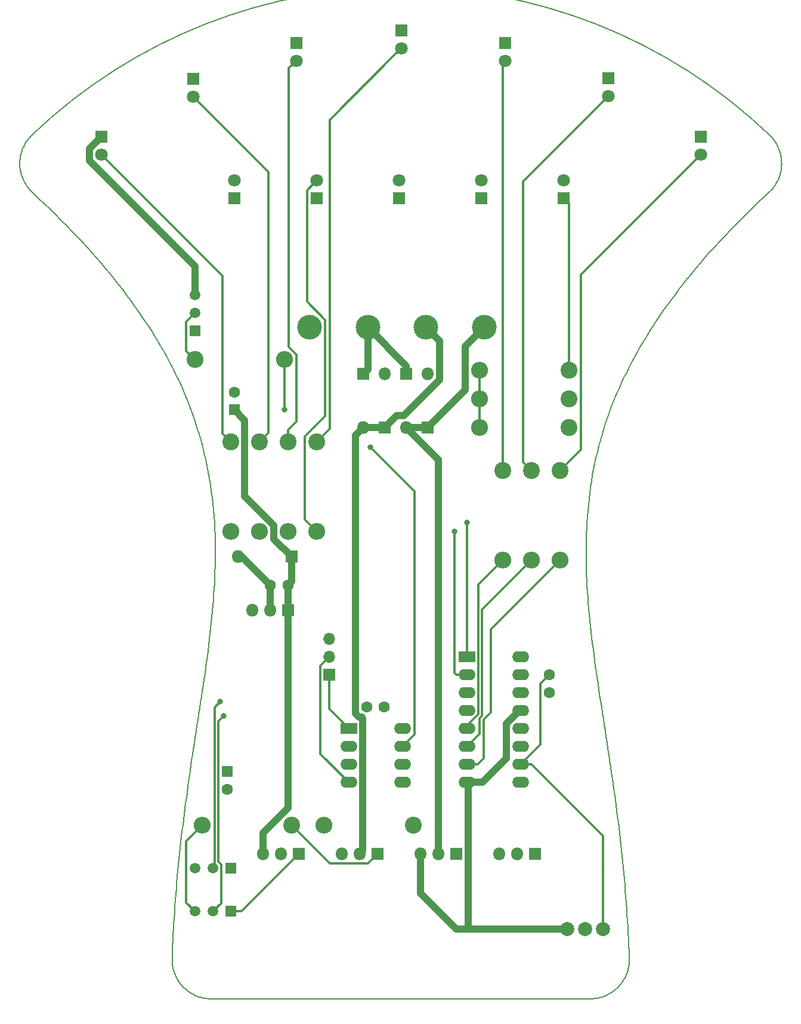
<source format=gbr>
G04 #@! TF.GenerationSoftware,KiCad,Pcbnew,(5.1.6)-1*
G04 #@! TF.CreationDate,2020-08-11T13:40:37+01:00*
G04 #@! TF.ProjectId,controller,636f6e74-726f-46c6-9c65-722e6b696361,rev?*
G04 #@! TF.SameCoordinates,Original*
G04 #@! TF.FileFunction,Copper,L2,Bot*
G04 #@! TF.FilePolarity,Positive*
%FSLAX46Y46*%
G04 Gerber Fmt 4.6, Leading zero omitted, Abs format (unit mm)*
G04 Created by KiCad (PCBNEW (5.1.6)-1) date 2020-08-11 13:40:37*
%MOMM*%
%LPD*%
G01*
G04 APERTURE LIST*
G04 #@! TA.AperFunction,Profile*
%ADD10C,0.200000*%
G04 #@! TD*
G04 #@! TA.AperFunction,ComponentPad*
%ADD11R,1.700000X1.700000*%
G04 #@! TD*
G04 #@! TA.AperFunction,ComponentPad*
%ADD12O,1.700000X1.700000*%
G04 #@! TD*
G04 #@! TA.AperFunction,ComponentPad*
%ADD13C,1.600000*%
G04 #@! TD*
G04 #@! TA.AperFunction,ComponentPad*
%ADD14R,1.600000X1.600000*%
G04 #@! TD*
G04 #@! TA.AperFunction,ComponentPad*
%ADD15C,1.800000*%
G04 #@! TD*
G04 #@! TA.AperFunction,ComponentPad*
%ADD16R,1.800000X1.800000*%
G04 #@! TD*
G04 #@! TA.AperFunction,ComponentPad*
%ADD17O,1.800000X1.800000*%
G04 #@! TD*
G04 #@! TA.AperFunction,ComponentPad*
%ADD18C,3.500000*%
G04 #@! TD*
G04 #@! TA.AperFunction,ComponentPad*
%ADD19C,2.000000*%
G04 #@! TD*
G04 #@! TA.AperFunction,ComponentPad*
%ADD20R,1.520000X1.520000*%
G04 #@! TD*
G04 #@! TA.AperFunction,ComponentPad*
%ADD21C,1.520000*%
G04 #@! TD*
G04 #@! TA.AperFunction,ComponentPad*
%ADD22C,2.400000*%
G04 #@! TD*
G04 #@! TA.AperFunction,ComponentPad*
%ADD23O,2.400000X2.400000*%
G04 #@! TD*
G04 #@! TA.AperFunction,ComponentPad*
%ADD24O,2.400000X1.600000*%
G04 #@! TD*
G04 #@! TA.AperFunction,ComponentPad*
%ADD25R,2.400000X1.600000*%
G04 #@! TD*
G04 #@! TA.AperFunction,ViaPad*
%ADD26C,0.800000*%
G04 #@! TD*
G04 #@! TA.AperFunction,Conductor*
%ADD27C,1.000000*%
G04 #@! TD*
G04 #@! TA.AperFunction,Conductor*
%ADD28C,0.300000*%
G04 #@! TD*
G04 APERTURE END LIST*
D10*
X145686549Y-63057868D02*
X145720763Y-62831959D01*
X145720763Y-62831959D02*
X145745701Y-62604626D01*
X145745701Y-62604626D02*
X145761358Y-62376319D01*
X145761358Y-62376319D02*
X145767730Y-62147490D01*
X145767730Y-62147490D02*
X145764815Y-61918591D01*
X145764815Y-61918591D02*
X145752610Y-61690074D01*
X145752610Y-61690074D02*
X145731109Y-61462390D01*
X145731109Y-61462390D02*
X145700312Y-61235991D01*
X62255540Y-145188824D02*
X62142623Y-145934420D01*
X62142623Y-145934420D02*
X62030322Y-146682999D01*
X62030322Y-146682999D02*
X61918730Y-147434623D01*
X61918730Y-147434623D02*
X61807944Y-148189359D01*
X61807944Y-148189359D02*
X61698058Y-148947271D01*
X61698058Y-148947271D02*
X61589167Y-149708424D01*
X61589167Y-149708424D02*
X61481368Y-150472882D01*
X61481368Y-150472882D02*
X61374755Y-151240711D01*
X61374755Y-151240711D02*
X61269423Y-152011975D01*
X61269423Y-152011975D02*
X61165468Y-152786739D01*
X61165468Y-152786739D02*
X61062985Y-153565068D01*
X61062985Y-153565068D02*
X60962069Y-154347027D01*
X60962069Y-154347027D02*
X60862816Y-155132681D01*
X60862816Y-155132681D02*
X60765320Y-155922094D01*
X60765320Y-155922094D02*
X60669677Y-156715331D01*
X60669677Y-156715331D02*
X60575983Y-157512457D01*
X60575983Y-157512457D02*
X60484331Y-158313537D01*
X60484331Y-158313537D02*
X60394819Y-159118636D01*
X60394819Y-159118636D02*
X60307540Y-159927818D01*
X60307540Y-159927818D02*
X60222591Y-160741148D01*
X60222591Y-160741148D02*
X60140066Y-161558692D01*
X60140066Y-161558692D02*
X60060060Y-162380514D01*
X60060060Y-162380514D02*
X59982670Y-163206678D01*
X59982670Y-163206678D02*
X59907989Y-164037251D01*
X59907989Y-164037251D02*
X59836115Y-164872295D01*
X59836115Y-164872295D02*
X59767140Y-165711877D01*
X59767140Y-165711877D02*
X59701162Y-166556061D01*
X59701162Y-166556061D02*
X59638275Y-167404912D01*
X59638275Y-167404912D02*
X59578574Y-168258494D01*
X59578574Y-168258494D02*
X59522155Y-169116873D01*
X59522155Y-169116873D02*
X59469113Y-169980114D01*
X59469113Y-169980114D02*
X59419543Y-170848281D01*
X39356251Y-58051339D02*
G75*
G02*
X144031637Y-58051339I52337693J-54916904D01*
G01*
X59463003Y-176542790D02*
X59530561Y-176757145D01*
X59530561Y-176757145D02*
X59606786Y-176968792D01*
X59606786Y-176968792D02*
X59691491Y-177177341D01*
X59691491Y-177177341D02*
X59784492Y-177382404D01*
X59784492Y-177382404D02*
X59885601Y-177583593D01*
X59885601Y-177583593D02*
X59994634Y-177780519D01*
X59994634Y-177780519D02*
X60111406Y-177972794D01*
X60111406Y-177972794D02*
X60235731Y-178160030D01*
X59419543Y-170848281D02*
X59406402Y-171090143D01*
X59406402Y-171090143D02*
X59393521Y-171332387D01*
X59393521Y-171332387D02*
X59380898Y-171575013D01*
X59380898Y-171575013D02*
X59368535Y-171818022D01*
X59368535Y-171818022D02*
X59356434Y-172061415D01*
X59356434Y-172061415D02*
X59344594Y-172305191D01*
X59344594Y-172305191D02*
X59333017Y-172549353D01*
X59333017Y-172549353D02*
X59321704Y-172793901D01*
X59321704Y-172793901D02*
X59310656Y-173038836D01*
X59310656Y-173038836D02*
X59299873Y-173284158D01*
X59299873Y-173284158D02*
X59289356Y-173529867D01*
X59289356Y-173529867D02*
X59279107Y-173775966D01*
X59279107Y-173775966D02*
X59269127Y-174022454D01*
X59269127Y-174022454D02*
X59259416Y-174269333D01*
X59259416Y-174269333D02*
X59249974Y-174516603D01*
X59249974Y-174516603D02*
X59240805Y-174764265D01*
X123924885Y-176542790D02*
X123983687Y-176325871D01*
X123983687Y-176325871D02*
X124033731Y-176106560D01*
X124033731Y-176106560D02*
X124074964Y-175885282D01*
X124074964Y-175885282D02*
X124107331Y-175662462D01*
X124107331Y-175662462D02*
X124130780Y-175438525D01*
X124130780Y-175438525D02*
X124145257Y-175213896D01*
X124145257Y-175213896D02*
X124150709Y-174989001D01*
X124150709Y-174989001D02*
X124147083Y-174764265D01*
X39417939Y-66216946D02*
X40264668Y-67006040D01*
X40264668Y-67006040D02*
X41094945Y-67792281D01*
X41094945Y-67792281D02*
X41908874Y-68575709D01*
X41908874Y-68575709D02*
X42706561Y-69356363D01*
X42706561Y-69356363D02*
X43488112Y-70134280D01*
X43488112Y-70134280D02*
X44253633Y-70909501D01*
X44253633Y-70909501D02*
X45003229Y-71682063D01*
X45003229Y-71682063D02*
X45737007Y-72452007D01*
X45737007Y-72452007D02*
X46455072Y-73219371D01*
X46455072Y-73219371D02*
X47157531Y-73984193D01*
X47157531Y-73984193D02*
X47844487Y-74746513D01*
X47844487Y-74746513D02*
X48516049Y-75506371D01*
X48516049Y-75506371D02*
X49172321Y-76263803D01*
X49172321Y-76263803D02*
X49813409Y-77018851D01*
X49813409Y-77018851D02*
X50439420Y-77771552D01*
X50439420Y-77771552D02*
X51050458Y-78521946D01*
X51050458Y-78521946D02*
X51646630Y-79270071D01*
X51646630Y-79270071D02*
X52228041Y-80015966D01*
X52228041Y-80015966D02*
X52794798Y-80759671D01*
X52794798Y-80759671D02*
X53347006Y-81501224D01*
X53347006Y-81501224D02*
X53884771Y-82240664D01*
X53884771Y-82240664D02*
X54408198Y-82978030D01*
X54408198Y-82978030D02*
X54917394Y-83713362D01*
X54917394Y-83713362D02*
X55412464Y-84446698D01*
X55412464Y-84446698D02*
X55893515Y-85178076D01*
X55893515Y-85178076D02*
X56360651Y-85907536D01*
X56360651Y-85907536D02*
X56813979Y-86635118D01*
X56813979Y-86635118D02*
X57253605Y-87360859D01*
X57253605Y-87360859D02*
X57679634Y-88084798D01*
X57679634Y-88084798D02*
X58092172Y-88806976D01*
X58092172Y-88806976D02*
X58491326Y-89527430D01*
X58491326Y-89527430D02*
X58877200Y-90246200D01*
X121908070Y-179450288D02*
X122085182Y-179311923D01*
X122085182Y-179311923D02*
X122256719Y-179166392D01*
X122256719Y-179166392D02*
X122422382Y-179014003D01*
X122422382Y-179014003D02*
X122581874Y-178855067D01*
X122581874Y-178855067D02*
X122734896Y-178689892D01*
X122734896Y-178689892D02*
X122881149Y-178518788D01*
X122881149Y-178518788D02*
X123020335Y-178342064D01*
X123020335Y-178342064D02*
X123152157Y-178160030D01*
X118550799Y-180568242D02*
X118775518Y-180563680D01*
X118775518Y-180563680D02*
X119000066Y-180550040D01*
X119000066Y-180550040D02*
X119224018Y-180527390D01*
X119224018Y-180527390D02*
X119446952Y-180495800D01*
X119446952Y-180495800D02*
X119668445Y-180455338D01*
X119668445Y-180455338D02*
X119888074Y-180406074D01*
X119888074Y-180406074D02*
X120105417Y-180348074D01*
X120105417Y-180348074D02*
X120320050Y-180281410D01*
X61479818Y-179450288D02*
X61662400Y-179581349D01*
X61662400Y-179581349D02*
X61850294Y-179705047D01*
X61850294Y-179705047D02*
X62043118Y-179821181D01*
X62043118Y-179821181D02*
X62240490Y-179929551D01*
X62240490Y-179929551D02*
X62442030Y-180029959D01*
X62442030Y-180029959D02*
X62647355Y-180122204D01*
X62647355Y-180122204D02*
X62856085Y-180206088D01*
X62856085Y-180206088D02*
X63067838Y-180281410D01*
X65354190Y-119223991D02*
X65329556Y-120019837D01*
X65329556Y-120019837D02*
X65297695Y-120815483D01*
X65297695Y-120815483D02*
X65258866Y-121611048D01*
X65258866Y-121611048D02*
X65213323Y-122406652D01*
X65213323Y-122406652D02*
X65161325Y-123202416D01*
X65161325Y-123202416D02*
X65103128Y-123998461D01*
X65103128Y-123998461D02*
X65038989Y-124794906D01*
X65038989Y-124794906D02*
X64969164Y-125591874D01*
X64969164Y-125591874D02*
X64893911Y-126389483D01*
X64893911Y-126389483D02*
X64813486Y-127187855D01*
X64813486Y-127187855D02*
X64728146Y-127987109D01*
X64728146Y-127987109D02*
X64638148Y-128787368D01*
X64638148Y-128787368D02*
X64543750Y-129588750D01*
X64543750Y-129588750D02*
X64445206Y-130391377D01*
X64445206Y-130391377D02*
X64342776Y-131195368D01*
X64342776Y-131195368D02*
X64236715Y-132000846D01*
X64236715Y-132000846D02*
X64127279Y-132807929D01*
X64127279Y-132807929D02*
X64014727Y-133616738D01*
X64014727Y-133616738D02*
X63899315Y-134427395D01*
X63899315Y-134427395D02*
X63781299Y-135240018D01*
X63781299Y-135240018D02*
X63660937Y-136054730D01*
X63660937Y-136054730D02*
X63538485Y-136871650D01*
X63538485Y-136871650D02*
X63414201Y-137690900D01*
X63414201Y-137690900D02*
X63288340Y-138512598D01*
X63288340Y-138512598D02*
X63161160Y-139336867D01*
X63161160Y-139336867D02*
X63032918Y-140163825D01*
X63032918Y-140163825D02*
X62903871Y-140993595D01*
X62903871Y-140993595D02*
X62774274Y-141826296D01*
X62774274Y-141826296D02*
X62644386Y-142662049D01*
X62644386Y-142662049D02*
X62514463Y-143500974D01*
X62514463Y-143500974D02*
X62384762Y-144343192D01*
X62384762Y-144343192D02*
X62255540Y-145188824D01*
X122138302Y-95298900D02*
X122437237Y-94586586D01*
X122437237Y-94586586D02*
X122748557Y-93872817D01*
X122748557Y-93872817D02*
X123072389Y-93157555D01*
X123072389Y-93157555D02*
X123408857Y-92440760D01*
X123408857Y-92440760D02*
X123758089Y-91722391D01*
X123758089Y-91722391D02*
X124120210Y-91002411D01*
X124120210Y-91002411D02*
X124495346Y-90280778D01*
X124495346Y-90280778D02*
X124883623Y-89557455D01*
X124883623Y-89557455D02*
X125285168Y-88832400D01*
X125285168Y-88832400D02*
X125700106Y-88105575D01*
X125700106Y-88105575D02*
X126128564Y-87376940D01*
X126128564Y-87376940D02*
X126570668Y-86646456D01*
X126570668Y-86646456D02*
X127026543Y-85914083D01*
X127026543Y-85914083D02*
X127496316Y-85179782D01*
X127496316Y-85179782D02*
X127980112Y-84443512D01*
X127980112Y-84443512D02*
X128478059Y-83705235D01*
X128478059Y-83705235D02*
X128990281Y-82964912D01*
X128990281Y-82964912D02*
X129516906Y-82222502D01*
X129516906Y-82222502D02*
X130058058Y-81477966D01*
X130058058Y-81477966D02*
X130613865Y-80731264D01*
X130613865Y-80731264D02*
X131184451Y-79982358D01*
X131184451Y-79982358D02*
X131769944Y-79231207D01*
X131769944Y-79231207D02*
X132370470Y-78477772D01*
X132370470Y-78477772D02*
X132986153Y-77722014D01*
X132986153Y-77722014D02*
X133617121Y-76963893D01*
X133617121Y-76963893D02*
X134263499Y-76203369D01*
X134263499Y-76203369D02*
X134925414Y-75440404D01*
X134925414Y-75440404D02*
X135602992Y-74674957D01*
X135602992Y-74674957D02*
X136296358Y-73906989D01*
X136296358Y-73906989D02*
X137005639Y-73136460D01*
X137005639Y-73136460D02*
X137730961Y-72363332D01*
X137730961Y-72363332D02*
X138472450Y-71587564D01*
X120320050Y-180281410D02*
X120531802Y-180206088D01*
X120531802Y-180206088D02*
X120740532Y-180122204D01*
X120740532Y-180122204D02*
X120945857Y-180029959D01*
X120945857Y-180029959D02*
X121147397Y-179929551D01*
X121147397Y-179929551D02*
X121344769Y-179821181D01*
X121344769Y-179821181D02*
X121537593Y-179705047D01*
X121537593Y-179705047D02*
X121725487Y-179581349D01*
X121725487Y-179581349D02*
X121908070Y-179450288D01*
X118155210Y-122056872D02*
X118110681Y-121235843D01*
X118110681Y-121235843D02*
X118073652Y-120414529D01*
X118073652Y-120414529D02*
X118044463Y-119592862D01*
X118044463Y-119592862D02*
X118023454Y-118770772D01*
X118023454Y-118770772D02*
X118010966Y-117948190D01*
X118010966Y-117948190D02*
X118007338Y-117125045D01*
X118007338Y-117125045D02*
X118012911Y-116301270D01*
X118012911Y-116301270D02*
X118028026Y-115476794D01*
X118028026Y-115476794D02*
X118053024Y-114651548D01*
X118053024Y-114651548D02*
X118088243Y-113825463D01*
X118088243Y-113825463D02*
X118134026Y-112998469D01*
X118134026Y-112998469D02*
X118190711Y-112170498D01*
X118190711Y-112170498D02*
X118258640Y-111341479D01*
X118258640Y-111341479D02*
X118338154Y-110511343D01*
X118338154Y-110511343D02*
X118429591Y-109680022D01*
X118429591Y-109680022D02*
X118533294Y-108847445D01*
X118533294Y-108847445D02*
X118649601Y-108013544D01*
X118649601Y-108013544D02*
X118778854Y-107178248D01*
X118778854Y-107178248D02*
X118921393Y-106341489D01*
X118921393Y-106341489D02*
X119077559Y-105503198D01*
X119077559Y-105503198D02*
X119247691Y-104663304D01*
X119247691Y-104663304D02*
X119432130Y-103821739D01*
X119432130Y-103821739D02*
X119631217Y-102978433D01*
X119631217Y-102978433D02*
X119845292Y-102133317D01*
X119845292Y-102133317D02*
X120074695Y-101286321D01*
X120074695Y-101286321D02*
X120319767Y-100437376D01*
X120319767Y-100437376D02*
X120580847Y-99586414D01*
X120580847Y-99586414D02*
X120858278Y-98733363D01*
X120858278Y-98733363D02*
X121152398Y-97878156D01*
X121152398Y-97878156D02*
X121463548Y-97020723D01*
X121463548Y-97020723D02*
X121792069Y-96160994D01*
X121792069Y-96160994D02*
X122138302Y-95298900D01*
X37701339Y-63057868D02*
X37744850Y-63282172D01*
X37744850Y-63282172D02*
X37797579Y-63504710D01*
X37797579Y-63504710D02*
X37859378Y-63725054D01*
X37859378Y-63725054D02*
X37930099Y-63942778D01*
X37930099Y-63942778D02*
X38009593Y-64157454D01*
X38009593Y-64157454D02*
X38097711Y-64368654D01*
X38097711Y-64368654D02*
X38194305Y-64575952D01*
X38194305Y-64575952D02*
X38299226Y-64778921D01*
X121633344Y-148544940D02*
X121505377Y-147674690D01*
X121505377Y-147674690D02*
X121376138Y-146808436D01*
X121376138Y-146808436D02*
X121245879Y-145946053D01*
X121245879Y-145946053D02*
X121114852Y-145087416D01*
X121114852Y-145087416D02*
X120983307Y-144232398D01*
X120983307Y-144232398D02*
X120851497Y-143380875D01*
X120851497Y-143380875D02*
X120719672Y-142532721D01*
X120719672Y-142532721D02*
X120588085Y-141687811D01*
X120588085Y-141687811D02*
X120456988Y-140846018D01*
X120456988Y-140846018D02*
X120326630Y-140007218D01*
X120326630Y-140007218D02*
X120197265Y-139171286D01*
X120197265Y-139171286D02*
X120069143Y-138338095D01*
X120069143Y-138338095D02*
X119942516Y-137507520D01*
X119942516Y-137507520D02*
X119817636Y-136679437D01*
X119817636Y-136679437D02*
X119694754Y-135853719D01*
X119694754Y-135853719D02*
X119574122Y-135030241D01*
X119574122Y-135030241D02*
X119455991Y-134208877D01*
X119455991Y-134208877D02*
X119340613Y-133389503D01*
X119340613Y-133389503D02*
X119228239Y-132571992D01*
X119228239Y-132571992D02*
X119119121Y-131756219D01*
X119119121Y-131756219D02*
X119013510Y-130942060D01*
X119013510Y-130942060D02*
X118911658Y-130129387D01*
X118911658Y-130129387D02*
X118813816Y-129318077D01*
X118813816Y-129318077D02*
X118720236Y-128508003D01*
X118720236Y-128508003D02*
X118631170Y-127699040D01*
X118631170Y-127699040D02*
X118546868Y-126891063D01*
X118546868Y-126891063D02*
X118467583Y-126083946D01*
X118467583Y-126083946D02*
X118393566Y-125277563D01*
X118393566Y-125277563D02*
X118325069Y-124471790D01*
X118325069Y-124471790D02*
X118262343Y-123666501D01*
X118262343Y-123666501D02*
X118205639Y-122861570D01*
X118205639Y-122861570D02*
X118155210Y-122056872D01*
X59240805Y-174764265D02*
X59237178Y-174989001D01*
X59237178Y-174989001D02*
X59242630Y-175213896D01*
X59242630Y-175213896D02*
X59257107Y-175438525D01*
X59257107Y-175438525D02*
X59280556Y-175662462D01*
X59280556Y-175662462D02*
X59312923Y-175885282D01*
X59312923Y-175885282D02*
X59354156Y-176106560D01*
X59354156Y-176106560D02*
X59404200Y-176325871D01*
X59404200Y-176325871D02*
X59463003Y-176542790D01*
X39356251Y-58051339D02*
X39194128Y-58212362D01*
X39194128Y-58212362D02*
X39038611Y-58380054D01*
X39038611Y-58380054D02*
X38889970Y-58554055D01*
X38889970Y-58554055D02*
X38748477Y-58734004D01*
X38748477Y-58734004D02*
X38614401Y-58919543D01*
X38614401Y-58919543D02*
X38488014Y-59110312D01*
X38488014Y-59110312D02*
X38369587Y-59305951D01*
X38369587Y-59305951D02*
X38259391Y-59506101D01*
X138472450Y-71587564D02*
X138632794Y-71421659D01*
X138632794Y-71421659D02*
X138793871Y-71255632D01*
X138793871Y-71255632D02*
X138955681Y-71089485D01*
X138955681Y-71089485D02*
X139118226Y-70923215D01*
X139118226Y-70923215D02*
X139281505Y-70756822D01*
X139281505Y-70756822D02*
X139445519Y-70590308D01*
X139445519Y-70590308D02*
X139610269Y-70423670D01*
X139610269Y-70423670D02*
X139775755Y-70256909D01*
X139775755Y-70256909D02*
X139941979Y-70090025D01*
X139941979Y-70090025D02*
X140108940Y-69923017D01*
X140108940Y-69923017D02*
X140276639Y-69755885D01*
X140276639Y-69755885D02*
X140445077Y-69588629D01*
X140445077Y-69588629D02*
X140614255Y-69421248D01*
X140614255Y-69421248D02*
X140784173Y-69253742D01*
X140784173Y-69253742D02*
X140954831Y-69086111D01*
X140954831Y-69086111D02*
X141126231Y-68918355D01*
X141126231Y-68918355D02*
X141298373Y-68750472D01*
X141298373Y-68750472D02*
X141471258Y-68582464D01*
X141471258Y-68582464D02*
X141644885Y-68414329D01*
X141644885Y-68414329D02*
X141819256Y-68246068D01*
X141819256Y-68246068D02*
X141994372Y-68077680D01*
X141994372Y-68077680D02*
X142170233Y-67909164D01*
X142170233Y-67909164D02*
X142346839Y-67740521D01*
X142346839Y-67740521D02*
X142524191Y-67571750D01*
X142524191Y-67571750D02*
X142702291Y-67402851D01*
X142702291Y-67402851D02*
X142881137Y-67233823D01*
X142881137Y-67233823D02*
X143060732Y-67064667D01*
X143060732Y-67064667D02*
X143241076Y-66895382D01*
X143241076Y-66895382D02*
X143422168Y-66725968D01*
X143422168Y-66725968D02*
X143604011Y-66556424D01*
X143604011Y-66556424D02*
X143786604Y-66386750D01*
X143786604Y-66386750D02*
X143969949Y-66216946D01*
X38299226Y-64778921D02*
X38412433Y-64977383D01*
X38412433Y-64977383D02*
X38533802Y-65171210D01*
X38533802Y-65171210D02*
X38663057Y-65360048D01*
X38663057Y-65360048D02*
X38799920Y-65543540D01*
X38799920Y-65543540D02*
X38944116Y-65721331D01*
X38944116Y-65721331D02*
X39095369Y-65893066D01*
X39095369Y-65893066D02*
X39253402Y-66058390D01*
X39253402Y-66058390D02*
X39417939Y-66216946D01*
X123152157Y-178160030D02*
X123276481Y-177972794D01*
X123276481Y-177972794D02*
X123393253Y-177780519D01*
X123393253Y-177780519D02*
X123502286Y-177583593D01*
X123502286Y-177583593D02*
X123603396Y-177382404D01*
X123603396Y-177382404D02*
X123696396Y-177177341D01*
X123696396Y-177177341D02*
X123781101Y-176968792D01*
X123781101Y-176968792D02*
X123857326Y-176757145D01*
X123857326Y-176757145D02*
X123924885Y-176542790D01*
X145700312Y-61235991D02*
X145660194Y-61011054D01*
X145660194Y-61011054D02*
X145610833Y-60787745D01*
X145610833Y-60787745D02*
X145552370Y-60566492D01*
X145552370Y-60566492D02*
X145484947Y-60347725D01*
X145484947Y-60347725D02*
X145408706Y-60131872D01*
X145408706Y-60131872D02*
X145323789Y-59919365D01*
X145323789Y-59919365D02*
X145230339Y-59710631D01*
X145230339Y-59710631D02*
X145128497Y-59506101D01*
X143969949Y-66216946D02*
X144134485Y-66058390D01*
X144134485Y-66058390D02*
X144292518Y-65893066D01*
X144292518Y-65893066D02*
X144443771Y-65721331D01*
X144443771Y-65721331D02*
X144587967Y-65543540D01*
X144587967Y-65543540D02*
X144724830Y-65360048D01*
X144724830Y-65360048D02*
X144854085Y-65171210D01*
X144854085Y-65171210D02*
X144975454Y-64977383D01*
X144975454Y-64977383D02*
X145088662Y-64778921D01*
X124147083Y-174764265D02*
X124112697Y-173874737D01*
X124112697Y-173874737D02*
X124074630Y-172990324D01*
X124074630Y-172990324D02*
X124032963Y-172110969D01*
X124032963Y-172110969D02*
X123987780Y-171236612D01*
X123987780Y-171236612D02*
X123939164Y-170367193D01*
X123939164Y-170367193D02*
X123887199Y-169502656D01*
X123887199Y-169502656D02*
X123831968Y-168642939D01*
X123831968Y-168642939D02*
X123773554Y-167787986D01*
X123773554Y-167787986D02*
X123712041Y-166937736D01*
X123712041Y-166937736D02*
X123647511Y-166092131D01*
X123647511Y-166092131D02*
X123580048Y-165251113D01*
X123580048Y-165251113D02*
X123509736Y-164414622D01*
X123509736Y-164414622D02*
X123436658Y-163582599D01*
X123436658Y-163582599D02*
X123360896Y-162754986D01*
X123360896Y-162754986D02*
X123282535Y-161931724D01*
X123282535Y-161931724D02*
X123201657Y-161112754D01*
X123201657Y-161112754D02*
X123118346Y-160298017D01*
X123118346Y-160298017D02*
X123032685Y-159487455D01*
X123032685Y-159487455D02*
X122944758Y-158681008D01*
X122944758Y-158681008D02*
X122854647Y-157878617D01*
X122854647Y-157878617D02*
X122762437Y-157080225D01*
X122762437Y-157080225D02*
X122668209Y-156285771D01*
X122668209Y-156285771D02*
X122572049Y-155495198D01*
X122572049Y-155495198D02*
X122474038Y-154708446D01*
X122474038Y-154708446D02*
X122374260Y-153925457D01*
X122374260Y-153925457D02*
X122272799Y-153146171D01*
X122272799Y-153146171D02*
X122169738Y-152370530D01*
X122169738Y-152370530D02*
X122065160Y-151598475D01*
X122065160Y-151598475D02*
X121959148Y-150829948D01*
X121959148Y-150829948D02*
X121851786Y-150064888D01*
X121851786Y-150064888D02*
X121743156Y-149303239D01*
X121743156Y-149303239D02*
X121633344Y-148544940D01*
X145128497Y-59506101D02*
X145018300Y-59305951D01*
X145018300Y-59305951D02*
X144899873Y-59110312D01*
X144899873Y-59110312D02*
X144773486Y-58919543D01*
X144773486Y-58919543D02*
X144639410Y-58734004D01*
X144639410Y-58734004D02*
X144497917Y-58554055D01*
X144497917Y-58554055D02*
X144349276Y-58380054D01*
X144349276Y-58380054D02*
X144193759Y-58212362D01*
X144193759Y-58212362D02*
X144031637Y-58051339D01*
X38259391Y-59506101D02*
X38157548Y-59710631D01*
X38157548Y-59710631D02*
X38064098Y-59919365D01*
X38064098Y-59919365D02*
X37979181Y-60131872D01*
X37979181Y-60131872D02*
X37902940Y-60347725D01*
X37902940Y-60347725D02*
X37835517Y-60566492D01*
X37835517Y-60566492D02*
X37777054Y-60787745D01*
X37777054Y-60787745D02*
X37727693Y-61011054D01*
X37727693Y-61011054D02*
X37687576Y-61235991D01*
X37687576Y-61235991D02*
X37656778Y-61462390D01*
X37656778Y-61462390D02*
X37635277Y-61690074D01*
X37635277Y-61690074D02*
X37623072Y-61918591D01*
X37623072Y-61918591D02*
X37620157Y-62147490D01*
X37620157Y-62147490D02*
X37626529Y-62376319D01*
X37626529Y-62376319D02*
X37642186Y-62604626D01*
X37642186Y-62604626D02*
X37667124Y-62831959D01*
X37667124Y-62831959D02*
X37701339Y-63057868D01*
X64837089Y-180568242D02*
X118550799Y-180568242D01*
X63067838Y-180281410D02*
X63282470Y-180348074D01*
X63282470Y-180348074D02*
X63499813Y-180406074D01*
X63499813Y-180406074D02*
X63719442Y-180455338D01*
X63719442Y-180455338D02*
X63940935Y-180495800D01*
X63940935Y-180495800D02*
X64163869Y-180527390D01*
X64163869Y-180527390D02*
X64387821Y-180550040D01*
X64387821Y-180550040D02*
X64612369Y-180563680D01*
X64612369Y-180563680D02*
X64837089Y-180568242D01*
X145088662Y-64778921D02*
X145193582Y-64575952D01*
X145193582Y-64575952D02*
X145290176Y-64368654D01*
X145290176Y-64368654D02*
X145378294Y-64157454D01*
X145378294Y-64157454D02*
X145457788Y-63942778D01*
X145457788Y-63942778D02*
X145528509Y-63725054D01*
X145528509Y-63725054D02*
X145590308Y-63504710D01*
X145590308Y-63504710D02*
X145643037Y-63282172D01*
X145643037Y-63282172D02*
X145686549Y-63057868D01*
X60235731Y-178160030D02*
X60367552Y-178342064D01*
X60367552Y-178342064D02*
X60506738Y-178518788D01*
X60506738Y-178518788D02*
X60652991Y-178689892D01*
X60652991Y-178689892D02*
X60806013Y-178855067D01*
X60806013Y-178855067D02*
X60965505Y-179014003D01*
X60965505Y-179014003D02*
X61131168Y-179166392D01*
X61131168Y-179166392D02*
X61302705Y-179311923D01*
X61302705Y-179311923D02*
X61479818Y-179450288D01*
X58877200Y-90246200D02*
X59363340Y-91186366D01*
X59363340Y-91186366D02*
X59827105Y-92123562D01*
X59827105Y-92123562D02*
X60268902Y-93057862D01*
X60268902Y-93057862D02*
X60689138Y-93989339D01*
X60689138Y-93989339D02*
X61088220Y-94918068D01*
X61088220Y-94918068D02*
X61466555Y-95844122D01*
X61466555Y-95844122D02*
X61824550Y-96767574D01*
X61824550Y-96767574D02*
X62162611Y-97688498D01*
X62162611Y-97688498D02*
X62481146Y-98606969D01*
X62481146Y-98606969D02*
X62780562Y-99523059D01*
X62780562Y-99523059D02*
X63061265Y-100436842D01*
X63061265Y-100436842D02*
X63323663Y-101348392D01*
X63323663Y-101348392D02*
X63568162Y-102257784D01*
X63568162Y-102257784D02*
X63795170Y-103165090D01*
X63795170Y-103165090D02*
X64005093Y-104070384D01*
X64005093Y-104070384D02*
X64198339Y-104973739D01*
X64198339Y-104973739D02*
X64375314Y-105875231D01*
X64375314Y-105875231D02*
X64536425Y-106774932D01*
X64536425Y-106774932D02*
X64682080Y-107672915D01*
X64682080Y-107672915D02*
X64812684Y-108569256D01*
X64812684Y-108569256D02*
X64928646Y-109464027D01*
X64928646Y-109464027D02*
X65030372Y-110357301D01*
X65030372Y-110357301D02*
X65118269Y-111249154D01*
X65118269Y-111249154D02*
X65192744Y-112139658D01*
X65192744Y-112139658D02*
X65254205Y-113028888D01*
X65254205Y-113028888D02*
X65303057Y-113916916D01*
X65303057Y-113916916D02*
X65339708Y-114803817D01*
X65339708Y-114803817D02*
X65364564Y-115689664D01*
X65364564Y-115689664D02*
X65378034Y-116574532D01*
X65378034Y-116574532D02*
X65380524Y-117458493D01*
X65380524Y-117458493D02*
X65372440Y-118341621D01*
X65372440Y-118341621D02*
X65354190Y-119223991D01*
D11*
X81534000Y-134620000D03*
D12*
X81534000Y-132080000D03*
X81534000Y-129540000D03*
D13*
X73192000Y-121920000D03*
X75692000Y-121920000D03*
D14*
X68072000Y-97028000D03*
D13*
X68072000Y-94528000D03*
X112776000Y-134620000D03*
X112776000Y-137120000D03*
X67056000Y-150836000D03*
D14*
X67056000Y-148336000D03*
D13*
X89368000Y-139192000D03*
X86868000Y-139192000D03*
D15*
X91440000Y-64516000D03*
D16*
X91440000Y-67056000D03*
D17*
X68580000Y-117856000D03*
D16*
X76200000Y-117856000D03*
D15*
X49174400Y-60858400D03*
D16*
X49174400Y-58318400D03*
X62280800Y-50114200D03*
D15*
X62280800Y-52654200D03*
X76885800Y-47523400D03*
D16*
X76885800Y-44983400D03*
D15*
X106502200Y-47599600D03*
D16*
X106502200Y-45059600D03*
X121132600Y-50038000D03*
D15*
X121132600Y-52578000D03*
X134289800Y-60833000D03*
D16*
X134289800Y-58293000D03*
D17*
X92456000Y-99568000D03*
D16*
X92456000Y-91948000D03*
D15*
X114808000Y-64516000D03*
D16*
X114808000Y-67056000D03*
X95504000Y-99568000D03*
D17*
X95504000Y-91948000D03*
D16*
X68072000Y-67056000D03*
D15*
X68072000Y-64516000D03*
D17*
X86360000Y-99568000D03*
D16*
X86360000Y-91948000D03*
X89408000Y-99568000D03*
D17*
X89408000Y-91948000D03*
D16*
X103124000Y-67056000D03*
D15*
X103124000Y-64516000D03*
X91770200Y-45770800D03*
D16*
X91770200Y-43230800D03*
X79756000Y-67056000D03*
D15*
X79756000Y-64516000D03*
D18*
X78740000Y-85344000D03*
X87010000Y-85344000D03*
X95280000Y-85344000D03*
X103550000Y-85344000D03*
D19*
X115316000Y-170688000D03*
X120396000Y-170688000D03*
X117856000Y-170688000D03*
D16*
X77216000Y-160020000D03*
D17*
X74676000Y-160020000D03*
X72136000Y-160020000D03*
X105664000Y-160020000D03*
X108204000Y-160020000D03*
D16*
X110744000Y-160020000D03*
D20*
X67564000Y-168148000D03*
D21*
X62484000Y-168148000D03*
X65024000Y-168148000D03*
X65024000Y-162052000D03*
X62484000Y-162052000D03*
D20*
X67564000Y-162052000D03*
D17*
X94488000Y-160020000D03*
X97028000Y-160020000D03*
D16*
X99568000Y-160020000D03*
X88392000Y-160020000D03*
D17*
X85852000Y-160020000D03*
X83312000Y-160020000D03*
D20*
X62484000Y-85852000D03*
D21*
X62484000Y-80772000D03*
X62484000Y-83312000D03*
D22*
X115570000Y-99568000D03*
D23*
X102870000Y-99568000D03*
D22*
X115570000Y-95504000D03*
D23*
X102870000Y-95504000D03*
X102870000Y-91440000D03*
D22*
X115570000Y-91440000D03*
D23*
X63500000Y-155956000D03*
D22*
X76200000Y-155956000D03*
X93472000Y-155956000D03*
D23*
X80772000Y-155956000D03*
X67564000Y-114300000D03*
D22*
X67564000Y-101600000D03*
D23*
X71628000Y-114300000D03*
D22*
X71628000Y-101600000D03*
X75692000Y-101600000D03*
D23*
X75692000Y-114300000D03*
X106172000Y-118364000D03*
D22*
X106172000Y-105664000D03*
X110236000Y-105664000D03*
D23*
X110236000Y-118364000D03*
X114300000Y-118364000D03*
D22*
X114300000Y-105664000D03*
D23*
X75184000Y-89916000D03*
D22*
X62484000Y-89916000D03*
X79756000Y-101600000D03*
D23*
X79756000Y-114300000D03*
D17*
X70612000Y-125476000D03*
X73152000Y-125476000D03*
D16*
X75692000Y-125476000D03*
D24*
X91948000Y-142240000D03*
X84328000Y-149860000D03*
X91948000Y-144780000D03*
X84328000Y-147320000D03*
X91948000Y-147320000D03*
X84328000Y-144780000D03*
X91948000Y-149860000D03*
D25*
X84328000Y-142240000D03*
D24*
X108712000Y-132080000D03*
X101092000Y-149860000D03*
X108712000Y-134620000D03*
X101092000Y-147320000D03*
X108712000Y-137160000D03*
X101092000Y-144780000D03*
X108712000Y-139700000D03*
X101092000Y-142240000D03*
X108712000Y-142240000D03*
X101092000Y-139700000D03*
X108712000Y-144780000D03*
X101092000Y-137160000D03*
X108712000Y-147320000D03*
X101092000Y-134620000D03*
X108712000Y-149860000D03*
D25*
X101092000Y-132080000D03*
D26*
X66548000Y-140462000D03*
X66040000Y-138430000D03*
X101092000Y-113030000D03*
X99314000Y-114300000D03*
X87376000Y-102362000D03*
X75184000Y-97028000D03*
D27*
X47474399Y-60018401D02*
X49174400Y-58318400D01*
X47474399Y-61674401D02*
X47474399Y-60018401D01*
X62484000Y-76684002D02*
X47474399Y-61674401D01*
X62484000Y-80772000D02*
X62484000Y-76684002D01*
X69128000Y-117856000D02*
X73192000Y-121920000D01*
X68580000Y-117856000D02*
X69128000Y-117856000D01*
X73192000Y-125436000D02*
X73152000Y-125476000D01*
X73192000Y-121920000D02*
X73192000Y-125436000D01*
X106711990Y-141577255D02*
X106711990Y-146440010D01*
X108589245Y-139700000D02*
X106711990Y-141577255D01*
X103292000Y-149860000D02*
X101092000Y-149860000D01*
X106711990Y-146440010D02*
X103292000Y-149860000D01*
X108712000Y-139700000D02*
X108589245Y-139700000D01*
X113815998Y-170688000D02*
X115316000Y-170688000D01*
X94488000Y-160020000D02*
X94488000Y-165608000D01*
X94488000Y-165608000D02*
X99568000Y-170688000D01*
X101268001Y-170610001D02*
X101346000Y-170688000D01*
X101268001Y-150036001D02*
X101268001Y-170610001D01*
X99568000Y-170688000D02*
X101346000Y-170688000D01*
X101092000Y-149860000D02*
X101268001Y-150036001D01*
X101346000Y-170688000D02*
X115316000Y-170688000D01*
D28*
X80965001Y-97911997D02*
X78080999Y-100795999D01*
X80965001Y-84275999D02*
X80965001Y-97911997D01*
X79756000Y-64516000D02*
X78380999Y-65891001D01*
X78080999Y-100795999D02*
X78080999Y-112624999D01*
X78380999Y-81691997D02*
X80965001Y-84275999D01*
X78380999Y-65891001D02*
X78380999Y-81691997D01*
X78080999Y-112624999D02*
X79756000Y-114300000D01*
X111500999Y-144531001D02*
X108712000Y-147320000D01*
X111500999Y-135895001D02*
X111500999Y-144531001D01*
X112776000Y-134620000D02*
X111500999Y-135895001D01*
X120396000Y-157454000D02*
X120396000Y-170688000D01*
X110262000Y-147320000D02*
X120396000Y-157454000D01*
X108712000Y-147320000D02*
X110262000Y-147320000D01*
X81534000Y-139446000D02*
X84328000Y-142240000D01*
X81534000Y-134620000D02*
X81534000Y-139446000D01*
X66364001Y-78048001D02*
X49174400Y-60858400D01*
X66364001Y-100400001D02*
X66364001Y-78048001D01*
X67564000Y-101600000D02*
X66364001Y-100400001D01*
X76859001Y-98735943D02*
X76859001Y-89208255D01*
X75692000Y-99902944D02*
X76859001Y-98735943D01*
X75803989Y-88153243D02*
X75803989Y-48605211D01*
X75985801Y-48423399D02*
X76885800Y-47523400D01*
X75803989Y-48605211D02*
X75985801Y-48423399D01*
X75692000Y-101600000D02*
X75692000Y-99902944D01*
X76859001Y-89208255D02*
X75803989Y-88153243D01*
X109036001Y-64674599D02*
X120232601Y-53477999D01*
X109036001Y-104464001D02*
X109036001Y-64674599D01*
X110236000Y-105664000D02*
X109036001Y-104464001D01*
X120232601Y-53477999D02*
X121132600Y-52578000D01*
X115570000Y-67818000D02*
X114808000Y-67056000D01*
X115570000Y-91440000D02*
X115570000Y-67818000D01*
D27*
X91108001Y-97867999D02*
X89408000Y-99568000D01*
X92100003Y-97867999D02*
X91108001Y-97867999D01*
X97204001Y-87268001D02*
X97204001Y-92764001D01*
X97204001Y-92764001D02*
X92100003Y-97867999D01*
X95280000Y-85344000D02*
X97204001Y-87268001D01*
X86360000Y-99568000D02*
X89408000Y-99568000D01*
X86328010Y-159543990D02*
X85852000Y-160020000D01*
X86328010Y-140800008D02*
X86328010Y-159543990D01*
X86168001Y-140639999D02*
X86328010Y-140800008D01*
X85775999Y-140639999D02*
X86168001Y-140639999D01*
X85267999Y-140131999D02*
X85775999Y-140639999D01*
X85267999Y-100660001D02*
X85267999Y-140131999D01*
X86360000Y-99568000D02*
X85267999Y-100660001D01*
X92456000Y-99568000D02*
X95504000Y-99568000D01*
X97028000Y-104140000D02*
X97028000Y-160020000D01*
X92456000Y-99568000D02*
X97028000Y-104140000D01*
X100869999Y-94202001D02*
X95504000Y-99568000D01*
X100869999Y-88024001D02*
X100869999Y-94202001D01*
X103550000Y-85344000D02*
X100869999Y-88024001D01*
D28*
X66184001Y-166987999D02*
X65024000Y-168148000D01*
X65805999Y-161117197D02*
X66184001Y-161495199D01*
X65805999Y-141204001D02*
X65805999Y-161117197D01*
X66548000Y-140462000D02*
X65805999Y-141204001D01*
X66184001Y-161495199D02*
X66184001Y-166987999D01*
X69088000Y-168148000D02*
X67564000Y-168148000D01*
X77216000Y-160020000D02*
X69088000Y-168148000D01*
X66040000Y-138430000D02*
X65255988Y-139214012D01*
X65255988Y-139214012D02*
X65255988Y-161820012D01*
X65255988Y-161820012D02*
X65024000Y-162052000D01*
X72945001Y-63318401D02*
X62280800Y-52654200D01*
X72945001Y-100282999D02*
X72945001Y-63318401D01*
X71628000Y-101600000D02*
X72945001Y-100282999D01*
X106172000Y-47929800D02*
X106502200Y-47599600D01*
X106172000Y-105664000D02*
X106172000Y-47929800D01*
X117245001Y-77877799D02*
X134289800Y-60833000D01*
X117245001Y-102718999D02*
X117245001Y-77877799D01*
X114300000Y-105664000D02*
X117245001Y-102718999D01*
X81614001Y-161370001D02*
X87041999Y-161370001D01*
X87041999Y-161370001D02*
X88392000Y-160020000D01*
X76200000Y-155956000D02*
X81614001Y-161370001D01*
X102870000Y-91440000D02*
X102870000Y-95504000D01*
X102870000Y-95504000D02*
X102870000Y-99568000D01*
X61248999Y-88680999D02*
X62484000Y-89916000D01*
X61248999Y-84547001D02*
X61248999Y-88680999D01*
X62484000Y-83312000D02*
X61248999Y-84547001D01*
X101092000Y-132080000D02*
X101092000Y-113030000D01*
X101092000Y-134620000D02*
X99592000Y-134620000D01*
X99314000Y-134342000D02*
X99314000Y-114300000D01*
X99592000Y-134620000D02*
X99314000Y-134342000D01*
X102692010Y-121843990D02*
X106172000Y-118364000D01*
X101092000Y-141797070D02*
X102692010Y-140197060D01*
X102692010Y-140197060D02*
X102692010Y-121843990D01*
X101092000Y-142240000D02*
X101092000Y-141797070D01*
X101092000Y-144780000D02*
X102912010Y-142959990D01*
X103242021Y-125357979D02*
X109036001Y-119563999D01*
X102912010Y-142959990D02*
X102912010Y-140754893D01*
X109036001Y-119563999D02*
X110236000Y-118364000D01*
X102912010Y-140754893D02*
X103242021Y-140424882D01*
X103242021Y-140424882D02*
X103242021Y-125357979D01*
X103462021Y-146449979D02*
X103462021Y-140982715D01*
X113100001Y-119563999D02*
X114300000Y-118364000D01*
X101092000Y-147320000D02*
X102592000Y-147320000D01*
X104478022Y-128185978D02*
X113100001Y-119563999D01*
X104478022Y-139966714D02*
X104478022Y-128185978D01*
X102592000Y-147320000D02*
X103462021Y-146449979D01*
X103462021Y-140982715D02*
X104478022Y-139966714D01*
X93623010Y-108609010D02*
X87376000Y-102362000D01*
X91948000Y-144780000D02*
X93623010Y-143104990D01*
X93623010Y-143104990D02*
X93623010Y-108609010D01*
X75184000Y-97028000D02*
X75184000Y-89916000D01*
X81615012Y-55925988D02*
X90870201Y-46670799D01*
X90870201Y-46670799D02*
X91770200Y-45770800D01*
X79756000Y-101600000D02*
X81615012Y-99740988D01*
X81615012Y-99740988D02*
X81615012Y-55925988D01*
D27*
X87010000Y-91298000D02*
X86360000Y-91948000D01*
X87010000Y-85344000D02*
X87010000Y-91298000D01*
X92456000Y-90790000D02*
X87010000Y-85344000D01*
X92456000Y-91948000D02*
X92456000Y-90790000D01*
X73691999Y-115347999D02*
X76200000Y-117856000D01*
X73691999Y-113403997D02*
X73691999Y-115347999D01*
X69564001Y-98520001D02*
X69564001Y-109275999D01*
X69564001Y-109275999D02*
X73691999Y-113403997D01*
X68072000Y-97028000D02*
X69564001Y-98520001D01*
X76200000Y-121412000D02*
X75692000Y-121920000D01*
X76200000Y-117856000D02*
X76200000Y-121412000D01*
X75692000Y-121920000D02*
X75692000Y-125476000D01*
X72136000Y-157059998D02*
X72136000Y-160020000D01*
X75702001Y-153493997D02*
X72136000Y-157059998D01*
X75702001Y-125486001D02*
X75702001Y-153493997D01*
X75692000Y-125476000D02*
X75702001Y-125486001D01*
D28*
X61248999Y-166912999D02*
X62484000Y-168148000D01*
X61248999Y-158207001D02*
X61248999Y-166912999D01*
X63500000Y-155956000D02*
X61248999Y-158207001D01*
X80283999Y-145815999D02*
X84328000Y-149860000D01*
X80283999Y-133330001D02*
X80283999Y-145815999D01*
X81534000Y-132080000D02*
X80283999Y-133330001D01*
M02*

</source>
